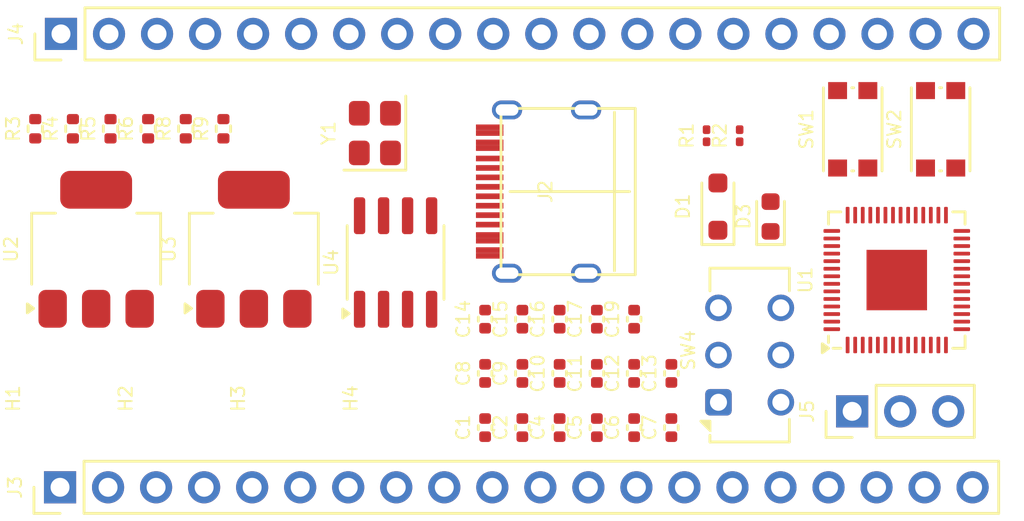
<source format=kicad_pcb>
(kicad_pcb (version 20241229) (generator "pcbnew") (generator_version "9.0")
  (layers (0 "F.Cu" signal) (2 "B.Cu" signal) (13 "F.Paste" user) (15 "B.Paste" user) (5 "F.SilkS" user "F.Silkscreen") (7 "B.SilkS" user "B.Silkscreen") (1 "F.Mask" user) (3 "B.Mask" user) (25 "Edge.Cuts" user))
  (net 0 "")
  (net 2 "VDD")
  (net 3 "GND")
  (net 4 "+1V1")
  (net 5 "+3V3")
  (net 6 "VSYS")
  (net 7 "+1V8")
  (net 8 "RUN")
  (net 9 "VBUS")
  (net 10 "Net-(D3-K)")
  (net 11 "Net-(J2-CC1)")
  (net 12 "USB_D-")
  (net 14 "Net-(J2-CC2)")
  (net 16 "USB_D+")
  (net 17 "GPIO11")
  (net 18 "GPIO4")
  (net 19 "GPIO7")
  (net 20 "GPIO5")
  (net 21 "GPIO0")
  (net 22 "GPIO12")
  (net 23 "GPIO1")
  (net 24 "GPIO14")
  (net 25 "GPIO15")
  (net 26 "GPIO3")
  (net 27 "GPIO13")
  (net 28 "GPIO9")
  (net 29 "GPIO10")
  (net 30 "GPIO2")
  (net 31 "GPIO6")
  (net 32 "GPIO8")
  (net 33 "GPIO26")
  (net 34 "GPIO28")
  (net 35 "GPIO27")
  (net 36 "GPIO18")
  (net 37 "GPIO16")
  (net 38 "GPIO20")
  (net 39 "GPIO21")
  (net 40 "/AREF")
  (net 41 "GPIO17")
  (net 42 "GPIO22")
  (net 43 "GPIO19")
  (net 44 "/V_EN")
  (net 45 "SWDIO")
  (net 46 "SWCLK")
  (net 47 "QSPI_SS")
  (net 48 "Net-(R2-Pad2)")
  (net 49 "Net-(U1-USB_DP)")
  (net 50 "Net-(U1-USB_DM)")
  (net 51 "VOLTAGE_MODE")
  (net 52 "QSPI_SCLK")
  (net 54 "GPIO24")
  (net 55 "XIN")
  (net 56 "GPIO25")
  (net 57 "QSPI_SD1")
  (net 58 "GPIO23")
  (net 59 "QSPI_SD2")
  (net 60 "QSPI_SD3")
  (net 61 "QSPI_SD0")
  (footprint "Resistor_SMD:R_0402_1005Metric" (layer "F.Cu") (at 125.81 89.02 90)
    (property "Reference" "R4" (at 0 -1.17 90) (layer "F.SilkS") (effects (font (size 0.7 0.7) (thickness 0.1))))
    (property "Value" "5.1K")
    (fp_line (start -0.153641 -0.38) (end 0.153641 -0.38) (stroke (width 0.15)) (layer "F.SilkS"))
    (fp_line (start -0.153641 0.38) (end 0.153641 0.38) (stroke (width 0.15)) (layer "F.SilkS"))
    (pad "1" smd roundrect (at -0.51 0 90) (size 0.54 0.64) (layers "F.Cu" "F.Mask" "F.Paste") (net 14 "Net-(J2-CC2)"))
    (pad "2" smd roundrect (at 0.51 0 90) (size 0.54 0.64) (layers "F.Cu" "F.Mask" "F.Paste") (net 3 "GND"))
  )
  (footprint "Package_SO:SOIC-8_3.9x4.9mm_P1.27mm" (layer "F.Cu") (at 142.875 96.1 90)
    (property "Reference" "U4" (at 0 -3.4 90) (layer "F.SilkS") (effects (font (size 0.7 0.7) (thickness 0.1))))
    (property "Value" "AT25FF161A-SSHN-T")
    (fp_line (start 0 -2.56) (end 1.95 -2.56) (stroke (width 0.15)) (layer "F.SilkS"))
    (fp_line (start 0 -2.56) (end -1.95 -2.56) (stroke (width 0.15)) (layer "F.SilkS"))
    (fp_line (start 0 2.56) (end 1.95 2.56) (stroke (width 0.15)) (layer "F.SilkS"))
    (fp_line (start 0 2.56) (end -1.95 2.56) (stroke (width 0.15)) (layer "F.SilkS"))
    (fp_poly (pts (xy -2.7 -2.465) (xy -2.94 -2.795) (xy -2.46 -2.795)) (stroke (width 0.15)) (fill yes) (layer "F.SilkS"))
    (pad "1" smd roundrect (at -2.475 -1.905 90) (size 1.95 0.6) (layers "F.Cu" "F.Mask" "F.Paste") (net 47 "QSPI_SS"))
    (pad "2" smd roundrect (at -2.475 -0.635 90) (size 1.95 0.6) (layers "F.Cu" "F.Mask" "F.Paste") (net 57 "QSPI_SD1"))
    (pad "3" smd roundrect (at -2.475 0.635 90) (size 1.95 0.6) (layers "F.Cu" "F.Mask" "F.Paste") (net 59 "QSPI_SD2"))
    (pad "4" smd roundrect (at -2.475 1.905 90) (size 1.95 0.6) (layers "F.Cu" "F.Mask" "F.Paste") (net 3 "GND"))
    (pad "5" smd roundrect (at 2.475 1.905 90) (size 1.95 0.6) (layers "F.Cu" "F.Mask" "F.Paste") (net 61 "QSPI_SD0"))
    (pad "6" smd roundrect (at 2.475 0.635 90) (size 1.95 0.6) (layers "F.Cu" "F.Mask" "F.Paste") (net 52 "QSPI_SCLK"))
    (pad "7" smd roundrect (at 2.475 -0.635 90) (size 1.95 0.6) (layers "F.Cu" "F.Mask" "F.Paste") (net 60 "QSPI_SD3"))
    (pad "8" smd roundrect (at 2.475 -1.905 90) (size 1.95 0.6) (layers "F.Cu" "F.Mask" "F.Paste") (net 2 "VDD"))
  )
  (footprint "LED_SMD:LED_0603_1608Metric" (layer "F.Cu") (at 162.705 93.665 90)
    (property "Reference" "D3" (at 0 -1.43 90) (layer "F.SilkS") (effects (font (size 0.7 0.7) (thickness 0.1))))
    (property "Value" "RED")
    (fp_line (start 0.8 -0.735) (end -1.485 -0.735) (stroke (width 0.15)) (layer "F.SilkS"))
    (fp_line (start -1.485 -0.735) (end -1.485 0.735) (stroke (width 0.15)) (layer "F.SilkS"))
    (fp_line (start -1.485 0.735) (end 0.8 0.735) (stroke (width 0.15)) (layer "F.SilkS"))
    (pad "1" smd roundrect (at -0.7875 0 90) (size 0.875 0.95) (layers "F.Cu" "F.Mask" "F.Paste") (net 10 "Net-(D3-K)"))
    (pad "2" smd roundrect (at 0.7875 0 90) (size 0.875 0.95) (layers "F.Cu" "F.Mask" "F.Paste") (net 5 "+3V3"))
  )
  (footprint "Oscillator:Oscillator_SMD_Abracon_ASE-4Pin_3.2x2.5mm" (layer "F.Cu") (at 141.78 89.25 90)
    (property "Reference" "Y1" (at 0 -2.45 90) (layer "F.SilkS") (effects (font (size 0.7 0.7) (thickness 0.1))))
    (property "Value" "ECS-3225MV-120-BN-TR3")
    (fp_line (start -1.96 -1.635) (end -1.96 1.635) (stroke (width 0.15)) (layer "F.SilkS"))
    (fp_line (start -1.96 1.635) (end 1.96 1.635) (stroke (width 0.15)) (layer "F.SilkS"))
    (pad "1" smd roundrect (at -1.05 0.825 90) (size 1.3 1.1) (layers "F.Cu" "F.Mask" "F.Paste") (roundrect_rratio 0.227273))
    (pad "2" smd roundrect (at 1.05 0.825 90) (size 1.3 1.1) (layers "F.Cu" "F.Mask" "F.Paste") (roundrect_rratio 0.227273) (net 3 "GND"))
    (pad "3" smd roundrect (at 1.05 -0.825 90) (size 1.3 1.1) (layers "F.Cu" "F.Mask" "F.Paste") (roundrect_rratio 0.227273) (net 55 "XIN"))
    (pad "4" smd roundrect (at -1.05 -0.825 90) (size 1.3 1.1) (layers "F.Cu" "F.Mask" "F.Paste") (roundrect_rratio 0.227273) (net 2 "VDD"))
  )
  (footprint "Connector_PinHeader_2.54mm:PinHeader_1x20_P2.54mm_Vertical" (layer "F.Cu") (at 125.18 84 90)
    (property "Reference" "J4" (at 0 -2.38 90) (layer "F.SilkS") (effects (font (size 0.7 0.7) (thickness 0.1))))
    (property "Value" "Header-2")
    (fp_line (start -1.38 -1.38) (end 0 -1.38) (stroke (width 0.15)) (layer "F.SilkS"))
    (fp_line (start -1.38 0) (end -1.38 -1.38) (stroke (width 0.15)) (layer "F.SilkS"))
    (fp_line (start 1.38 1.27) (end 1.38 49.64) (stroke (width 0.15)) (layer "F.SilkS"))
    (fp_line (start -1.38 1.27) (end 1.38 1.27) (stroke (width 0.15)) (layer "F.SilkS"))
    (fp_line (start -1.38 1.27) (end -1.38 49.64) (stroke (width 0.15)) (layer "F.SilkS"))
    (fp_line (start -1.38 49.64) (end 1.38 49.64) (stroke (width 0.15)) (layer "F.SilkS"))
    (pad "1" thru_hole rect (at 0 0 90) (size 1.7 1.7) (drill 1) (layers "*.Cu" "*.Mask") (net 9 "VBUS"))
    (pad "2" thru_hole circle (at 0 2.54 90) (size 1.7 1.7) (drill 1) (layers "*.Cu" "*.Mask") (net 6 "VSYS"))
    (pad "3" thru_hole circle (at 0 5.08 90) (size 1.7 1.7) (drill 1) (layers "*.Cu" "*.Mask") (net 3 "GND"))
    (pad "4" thru_hole circle (at 0 7.62 90) (size 1.7 1.7) (drill 1) (layers "*.Cu" "*.Mask") (net 44 "/V_EN"))
    (pad "5" thru_hole circle (at 0 10.16 90) (size 1.7 1.7) (drill 1) (layers "*.Cu" "*.Mask") (net 2 "VDD"))
    (pad "6" thru_hole circle (at 0 12.7 90) (size 1.7 1.7) (drill 1) (layers "*.Cu" "*.Mask") (net 40 "/AREF"))
    (pad "7" thru_hole circle (at 0 15.24 90) (size 1.7 1.7) (drill 1) (layers "*.Cu" "*.Mask") (net 34 "GPIO28"))
    (pad "8" thru_hole circle (at 0 17.78 90) (size 1.7 1.7) (drill 1) (layers "*.Cu" "*.Mask") (net 3 "GND"))
    (pad "9" thru_hole circle (at 0 20.32 90) (size 1.7 1.7) (drill 1) (layers "*.Cu" "*.Mask") (net 35 "GPIO27"))
    (pad "10" thru_hole circle (at 0 22.86 90) (size 1.7 1.7) (drill 1) (layers "*.Cu" "*.Mask") (net 33 "GPIO26"))
    (pad "11" thru_hole circle (at 0 25.4 90) (size 1.7 1.7) (drill 1) (layers "*.Cu" "*.Mask") (net 8 "RUN"))
    (pad "12" thru_hole circle (at 0 27.94 90) (size 1.7 1.7) (drill 1) (layers "*.Cu" "*.Mask") (net 42 "GPIO22"))
    (pad "13" thru_hole circle (at 0 30.48 90) (size 1.7 1.7) (drill 1) (layers "*.Cu" "*.Mask") (net 3 "GND"))
    (pad "14" thru_hole circle (at 0 33.02 90) (size 1.7 1.7) (drill 1) (layers "*.Cu" "*.Mask") (net 39 "GPIO21"))
    (pad "15" thru_hole circle (at 0 35.56 90) (size 1.7 1.7) (drill 1) (layers "*.Cu" "*.Mask") (net 38 "GPIO20"))
    (pad "16" thru_hole circle (at 0 38.1 90) (size 1.7 1.7) (drill 1) (layers "*.Cu" "*.Mask") (net 43 "GPIO19"))
    (pad "17" thru_hole circle (at 0 40.64 90) (size 1.7 1.7) (drill 1) (layers "*.Cu" "*.Mask") (net 36 "GPIO18"))
    (pad "18" thru_hole circle (at 0 43.18 90) (size 1.7 1.7) (drill 1) (layers "*.Cu" "*.Mask") (net 3 "GND"))
    (pad "19" thru_hole circle (at 0 45.72 90) (size 1.7 1.7) (drill 1) (layers "*.Cu" "*.Mask") (net 41 "GPIO17"))
    (pad "20" thru_hole circle (at 0 48.26 90) (size 1.7 1.7) (drill 1) (layers "*.Cu" "*.Mask") (net 37 "GPIO16"))
  )
  (footprint "Capacitor_SMD:C_0402_1005Metric" (layer "F.Cu") (at 155.49 101.97 90)
    (property "Reference" "C12" (at 0 -1.16 90) (layer "F.SilkS") (effects (font (size 0.7 0.7) (thickness 0.1))))
    (property "Value" "0.1uF")
    (fp_line (start -0.107836 -0.36) (end 0.107836 -0.36) (stroke (width 0.15)) (layer "F.SilkS"))
    (fp_line (start -0.107836 0.36) (end 0.107836 0.36) (stroke (width 0.15)) (layer "F.SilkS"))
    (pad "1" smd roundrect (at -0.48 0 90) (size 0.56 0.62) (layers "F.Cu" "F.Mask" "F.Paste") (net 5 "+3V3"))
    (pad "2" smd roundrect (at 0.48 0 90) (size 0.56 0.62) (layers "F.Cu" "F.Mask" "F.Paste") (net 3 "GND"))
  )
  (footprint "Resistor_SMD:R_0402_1005Metric" (layer "F.Cu") (at 123.82 89.02 90)
    (property "Reference" "R3" (at 0 -1.17 90) (layer "F.SilkS") (effects (font (size 0.7 0.7) (thickness 0.1))))
    (property "Value" "5.1K")
    (fp_line (start -0.153641 -0.38) (end 0.153641 -0.38) (stroke (width 0.15)) (layer "F.SilkS"))
    (fp_line (start -0.153641 0.38) (end 0.153641 0.38) (stroke (width 0.15)) (layer "F.SilkS"))
    (pad "1" smd roundrect (at -0.51 0 90) (size 0.54 0.64) (layers "F.Cu" "F.Mask" "F.Paste") (net 11 "Net-(J2-CC1)"))
    (pad "2" smd roundrect (at 0.51 0 90) (size 0.54 0.64) (layers "F.Cu" "F.Mask" "F.Paste") (net 3 "GND"))
  )
  (footprint "Capacitor_SMD:C_0402_1005Metric" (layer "F.Cu") (at 153.52 99.1 90)
    (property "Reference" "C17" (at 0 -1.16 90) (layer "F.SilkS") (effects (font (size 0.7 0.7) (thickness 0.1))))
    (property "Value" "100n")
    (fp_line (start -0.107836 -0.36) (end 0.107836 -0.36) (stroke (width 0.15)) (layer "F.SilkS"))
    (fp_line (start -0.107836 0.36) (end 0.107836 0.36) (stroke (width 0.15)) (layer "F.SilkS"))
    (pad "1" smd roundrect (at -0.48 0 90) (size 0.56 0.62) (layers "F.Cu" "F.Mask" "F.Paste") (net 2 "VDD"))
    (pad "2" smd roundrect (at 0.48 0 90) (size 0.56 0.62) (layers "F.Cu" "F.Mask" "F.Paste") (net 3 "GND"))
  )
  (footprint "Capacitor_SMD:C_0402_1005Metric" (layer "F.Cu") (at 155.49 104.84 90)
    (property "Reference" "C6" (at 0 -1.16 90) (layer "F.SilkS") (effects (font (size 0.7 0.7) (thickness 0.1))))
    (property "Value" "0.1uF")
    (fp_line (start -0.107836 -0.36) (end 0.107836 -0.36) (stroke (width 0.15)) (layer "F.SilkS"))
    (fp_line (start -0.107836 0.36) (end 0.107836 0.36) (stroke (width 0.15)) (layer "F.SilkS"))
    (pad "1" smd roundrect (at -0.48 0 90) (size 0.56 0.62) (layers "F.Cu" "F.Mask" "F.Paste") (net 5 "+3V3"))
    (pad "2" smd roundrect (at 0.48 0 90) (size 0.56 0.62) (layers "F.Cu" "F.Mask" "F.Paste") (net 3 "GND"))
  )
  (footprint "Capacitor_SMD:C_0402_1005Metric" (layer "F.Cu") (at 151.55 104.84 90)
    (property "Reference" "C4" (at 0 -1.16 90) (layer "F.SilkS") (effects (font (size 0.7 0.7) (thickness 0.1))))
    (property "Value" "1uF")
    (fp_line (start -0.107836 -0.36) (end 0.107836 -0.36) (stroke (width 0.15)) (layer "F.SilkS"))
    (fp_line (start -0.107836 0.36) (end 0.107836 0.36) (stroke (width 0.15)) (layer "F.SilkS"))
    (pad "1" smd roundrect (at -0.48 0 90) (size 0.56 0.62) (layers "F.Cu" "F.Mask" "F.Paste") (net 4 "+1V1"))
    (pad "2" smd roundrect (at 0.48 0 90) (size 0.56 0.62) (layers "F.Cu" "F.Mask" "F.Paste") (net 3 "GND"))
  )
  (footprint "Resistor_SMD:R_0402_1005Metric" (layer "F.Cu") (at 131.78 89.02 90)
    (property "Reference" "R8" (at 0 -1.17 90) (layer "F.SilkS") (effects (font (size 0.7 0.7) (thickness 0.1))))
    (property "Value" "470R")
    (fp_line (start -0.153641 -0.38) (end 0.153641 -0.38) (stroke (width 0.15)) (layer "F.SilkS"))
    (fp_line (start -0.153641 0.38) (end 0.153641 0.38) (stroke (width 0.15)) (layer "F.SilkS"))
    (pad "1" smd roundrect (at -0.51 0 90) (size 0.54 0.64) (layers "F.Cu" "F.Mask" "F.Paste") (net 3 "GND"))
    (pad "2" smd roundrect (at 0.51 0 90) (size 0.54 0.64) (layers "F.Cu" "F.Mask" "F.Paste") (net 10 "Net-(D3-K)"))
  )
  (footprint "Resistor_SMD:R_0201_0603Metric" (layer "F.Cu") (at 159.32 89.39 90)
    (property "Reference" "R1" (at 0 -1.05 90) (layer "F.SilkS") (effects (font (size 0.7 0.7) (thickness 0.1))))
    (property "Value" "10k")
    (pad "1" smd roundrect (at -0.32 0 90) (size 0.46 0.4) (layers "F.Cu" "F.Mask") (net 2 "VDD"))
    (pad "2" smd roundrect (at 0.32 0 90) (size 0.46 0.4) (layers "F.Cu" "F.Mask") (net 47 "QSPI_SS"))
  )
  (footprint "Connector_PinHeader_2.54mm:PinHeader_1x20_P2.54mm_Vertical" (layer "F.Cu") (at 125.13 108 90)
    (property "Reference" "J3" (at 0 -2.38 90) (layer "F.SilkS") (effects (font (size 0.7 0.7) (thickness 0.1))))
    (property "Value" "Header-1")
    (fp_line (start -1.38 -1.38) (end 0 -1.38) (stroke (width 0.15)) (layer "F.SilkS"))
    (fp_line (start -1.38 0) (end -1.38 -1.38) (stroke (width 0.15)) (layer "F.SilkS"))
    (fp_line (start 1.38 1.27) (end 1.38 49.64) (stroke (width 0.15)) (layer "F.SilkS"))
    (fp_line (start -1.38 1.27) (end 1.38 1.27) (stroke (width 0.15)) (layer "F.SilkS"))
    (fp_line (start -1.38 1.27) (end -1.38 49.64) (stroke (width 0.15)) (layer "F.SilkS"))
    (fp_line (start -1.38 49.64) (end 1.38 49.64) (stroke (width 0.15)) (layer "F.SilkS"))
    (pad "1" thru_hole rect (at 0 0 90) (size 1.7 1.7) (drill 1) (layers "*.Cu" "*.Mask") (net 21 "GPIO0"))
    (pad "2" thru_hole circle (at 0 2.54 90) (size 1.7 1.7) (drill 1) (layers "*.Cu" "*.Mask") (net 23 "GPIO1"))
    (pad "3" thru_hole circle (at 0 5.08 90) (size 1.7 1.7) (drill 1) (layers "*.Cu" "*.Mask") (net 3 "GND"))
    (pad "4" thru_hole circle (at 0 7.62 90) (size 1.7 1.7) (drill 1) (layers "*.Cu" "*.Mask") (net 30 "GPIO2"))
    (pad "5" thru_hole circle (at 0 10.16 90) (size 1.7 1.7) (drill 1) (layers "*.Cu" "*.Mask") (net 26 "GPIO3"))
    (pad "6" thru_hole circle (at 0 12.7 90) (size 1.7 1.7) (drill 1) (layers "*.Cu" "*.Mask") (net 18 "GPIO4"))
    (pad "7" thru_hole circle (at 0 15.24 90) (size 1.7 1.7) (drill 1) (layers "*.Cu" "*.Mask") (net 20 "GPIO5"))
    (pad "8" thru_hole circle (at 0 17.78 90) (size 1.7 1.7) (drill 1) (layers "*.Cu" "*.Mask") (net 3 "GND"))
    (pad "9" thru_hole circle (at 0 20.32 90) (size 1.7 1.7) (drill 1) (layers "*.Cu" "*.Mask") (net 31 "GPIO6"))
    (pad "10" thru_hole circle (at 0 22.86 90) (size 1.7 1.7) (drill 1) (layers "*.Cu" "*.Mask") (net 19 "GPIO7"))
    (pad "11" thru_hole circle (at 0 25.4 90) (size 1.7 1.7) (drill 1) (layers "*.Cu" "*.Mask") (net 32 "GPIO8"))
    (pad "12" thru_hole circle (at 0 27.94 90) (size 1.7 1.7) (drill 1) (layers "*.Cu" "*.Mask") (net 28 "GPIO9"))
    (pad "13" thru_hole circle (at 0 30.48 90) (size 1.7 1.7) (drill 1) (layers "*.Cu" "*.Mask") (net 3 "GND"))
    (pad "14" thru_hole circle (at 0 33.02 90) (size 1.7 1.7) (drill 1) (layers "*.Cu" "*.Mask") (net 29 "GPIO10"))
    (pad "15" thru_hole circle (at 0 35.56 90) (size 1.7 1.7) (drill 1) (layers "*.Cu" "*.Mask") (net 17 "GPIO11"))
    (pad "16" thru_hole circle (at 0 38.1 90) (size 1.7 1.7) (drill 1) (layers "*.Cu" "*.Mask") (net 22 "GPIO12"))
    (pad "17" thru_hole circle (at 0 40.64 90) (size 1.7 1.7) (drill 1) (layers "*.Cu" "*.Mask") (net 27 "GPIO13"))
    (pad "18" thru_hole circle (at 0 43.18 90) (size 1.7 1.7) (drill 1) (layers "*.Cu" "*.Mask") (net 3 "GND"))
    (pad "19" thru_hole circle (at 0 45.72 90) (size 1.7 1.7) (drill 1) (layers "*.Cu" "*.Mask") (net 24 "GPIO14"))
    (pad "20" thru_hole circle (at 0 48.26 90) (size 1.7 1.7) (drill 1) (layers "*.Cu" "*.Mask") (net 25 "GPIO15"))
  )
  (footprint "Button_Switch_THT:SW_CK_JS202011CQN_DPDT_Straight" (layer "F.Cu") (at 159.95 103.5 90)
    (property "Reference" "SW4" (at 2.75 -1.6 90) (layer "F.SilkS") (effects (font (size 0.7 0.7) (thickness 0.1))))
    (property "Value" "SW_Slide_DPDT")
    (fp_line (start 7.1 -0.45) (end 7.1 3.75) (stroke (width 0.15)) (layer "F.SilkS"))
    (fp_line (start 5.9 -0.45) (end 7.1 -0.45) (stroke (width 0.15)) (layer "F.SilkS"))
    (fp_line (start -1.75 -0.45) (end -2.1 -0.45) (stroke (width 0.15)) (layer "F.SilkS"))
    (fp_line (start -2.1 -0.45) (end -2.1 3.75) (stroke (width 0.15)) (layer "F.SilkS"))
    (fp_line (start 7.1 3.75) (end 5.9 3.75) (stroke (width 0.15)) (layer "F.SilkS"))
    (fp_line (start -2.1 3.75) (end -0.9 3.75) (stroke (width 0.15)) (layer "F.SilkS"))
    (fp_poly (pts (xy -1 -0.45) (xy -1.48 -0.45) (xy -1 -0.93) (xy -1 -0.45)) (stroke (width 0.15)) (fill yes) (layer "F.SilkS"))
    (pad "1" thru_hole roundrect (at 0 0 90) (size 1.4 1.4) (drill 0.9) (layers "*.Cu" "*.Mask") (roundrect_rratio 0.1785714286) (net 5 "+3V3"))
    (pad "2" thru_hole circle (at 2.5 0 90) (size 1.4 1.4) (drill 0.9) (layers "*.Cu" "*.Mask") (net 2 "VDD"))
    (pad "3" thru_hole circle (at 5 0 90) (size 1.4 1.4) (drill 0.9) (layers "*.Cu" "*.Mask") (net 7 "+1V8"))
    (pad "4" thru_hole circle (at 5 3.3 90) (size 1.4 1.4) (drill 0.9) (layers "*.Cu" "*.Mask") (net 3 "GND"))
    (pad "5" thru_hole circle (at 2.5 3.3 90) (size 1.4 1.4) (drill 0.9) (layers "*.Cu" "*.Mask") (net 51 "VOLTAGE_MODE"))
    (pad "6" thru_hole circle (at 0 3.3 90) (size 1.4 1.4) (drill 0.9) (layers "*.Cu" "*.Mask") (net 2 "VDD"))
  )
  (footprint "MountingHole:MountingHole_2.2mm_M2" (layer "F.Cu") (at 131.75 103.3 90)
    (property "Reference" "H2" (at 0 -3.15 90) (layer "F.SilkS") (effects (font (size 0.7 0.7) (thickness 0.1))))
    (property "Value" "MountingHole")
    (pad "" np_thru_hole circle (at 0 0 90) (size 2.2 2.2) (drill 2.2) (layers "*.Cu" "*.Mask"))
  )
  (footprint "Capacitor_SMD:C_0402_1005Metric" (layer "F.Cu") (at 153.52 101.97 90)
    (property "Reference" "C11" (at 0 -1.16 90) (layer "F.SilkS") (effects (font (size 0.7 0.7) (thickness 0.1))))
    (property "Value" "0.1uF")
    (fp_line (start -0.107836 -0.36) (end 0.107836 -0.36) (stroke (width 0.15)) (layer "F.SilkS"))
    (fp_line (start -0.107836 0.36) (end 0.107836 0.36) (stroke (width 0.15)) (layer "F.SilkS"))
    (pad "1" smd roundrect (at -0.48 0 90) (size 0.56 0.62) (layers "F.Cu" "F.Mask" "F.Paste") (net 5 "+3V3"))
    (pad "2" smd roundrect (at 0.48 0 90) (size 0.56 0.62) (layers "F.Cu" "F.Mask" "F.Paste") (net 3 "GND"))
  )
  (footprint "Resistor_SMD:R_0201_0603Metric" (layer "F.Cu") (at 161.07 89.39 90)
    (property "Reference" "R2" (at 0 -1.05 90) (layer "F.SilkS") (effects (font (size 0.7 0.7) (thickness 0.1))))
    (property "Value" "1k")
    (pad "1" smd roundrect (at -0.32 0 90) (size 0.46 0.4) (layers "F.Cu" "F.Mask") (net 47 "QSPI_SS"))
    (pad "2" smd roundrect (at 0.32 0 90) (size 0.46 0.4) (layers "F.Cu" "F.Mask") (net 48 "Net-(R2-Pad2)"))
  )
  (footprint "Button_Switch_SMD:SW_Push_1P1T_NO_CK_KMR2" (layer "F.Cu") (at 171.7 89.05 90)
    (property "Reference" "SW2" (at 0 -2.45 90) (layer "F.SilkS") (effects (font (size 0.7 0.7) (thickness 0.1))))
    (property "Value" "USB Boot")
    (fp_line (start 2.2 -1.55) (end -2.2 -1.55) (stroke (width 0.15)) (layer "F.SilkS"))
    (fp_line (start 2.2 0.05) (end 2.2 -0.05) (stroke (width 0.15)) (layer "F.SilkS"))
    (fp_line (start -2.2 0.05) (end -2.2 -0.05) (stroke (width 0.15)) (layer "F.SilkS"))
    (fp_line (start -2.2 1.55) (end 2.2 1.55) (stroke (width 0.15)) (layer "F.SilkS"))
    (pad "1" smd rect (at -2.05 -0.8 90) (size 0.9 1) (layers "F.Cu" "F.Mask" "F.Paste") (net 3 "GND"))
    (pad "1" smd rect (at 2.05 -0.8 90) (size 0.9 1) (layers "F.Cu" "F.Mask" "F.Paste") (net 3 "GND"))
    (pad "2" smd rect (at -2.05 0.8 90) (size 0.9 1) (layers "F.Cu" "F.Mask" "F.Paste") (net 48 "Net-(R2-Pad2)"))
    (pad "2" smd rect (at 2.05 0.8 90) (size 0.9 1) (layers "F.Cu" "F.Mask" "F.Paste") (net 48 "Net-(R2-Pad2)"))
  )
  (footprint "Resistor_SMD:R_0402_1005Metric" (layer "F.Cu") (at 127.8 89.02 90)
    (property "Reference" "R5" (at 0 -1.17 90) (layer "F.SilkS") (effects (font (size 0.7 0.7) (thickness 0.1))))
    (property "Value" "27R")
    (fp_line (start -0.153641 -0.38) (end 0.153641 -0.38) (stroke (width 0.15)) (layer "F.SilkS"))
    (fp_line (start -0.153641 0.38) (end 0.153641 0.38) (stroke (width 0.15)) (layer "F.SilkS"))
    (pad "1" smd roundrect (at -0.51 0 90) (size 0.54 0.64) (layers "F.Cu" "F.Mask" "F.Paste") (net 16 "USB_D+"))
    (pad "2" smd roundrect (at 0.51 0 90) (size 0.54 0.64) (layers "F.Cu" "F.Mask" "F.Paste") (net 49 "Net-(U1-USB_DP)"))
  )
  (footprint "Capacitor_SMD:C_0402_1005Metric" (layer "F.Cu") (at 149.58 104.84 90)
    (property "Reference" "C2" (at 0 -1.16 90) (layer "F.SilkS") (effects (font (size 0.7 0.7) (thickness 0.1))))
    (property "Value" "0.1uF")
    (fp_line (start -0.107836 -0.36) (end 0.107836 -0.36) (stroke (width 0.15)) (layer "F.SilkS"))
    (fp_line (start -0.107836 0.36) (end 0.107836 0.36) (stroke (width 0.15)) (layer "F.SilkS"))
    (pad "1" smd roundrect (at -0.48 0 90) (size 0.56 0.62) (layers "F.Cu" "F.Mask" "F.Paste") (net 4 "+1V1"))
    (pad "2" smd roundrect (at 0.48 0 90) (size 0.56 0.62) (layers "F.Cu" "F.Mask" "F.Paste") (net 3 "GND"))
  )
  (footprint "Capacitor_SMD:C_0402_1005Metric" (layer "F.Cu") (at 153.52 104.84 90)
    (property "Reference" "C5" (at 0 -1.16 90) (layer "F.SilkS") (effects (font (size 0.7 0.7) (thickness 0.1))))
    (property "Value" "1uF")
    (fp_line (start -0.107836 -0.36) (end 0.107836 -0.36) (stroke (width 0.15)) (layer "F.SilkS"))
    (fp_line (start -0.107836 0.36) (end 0.107836 0.36) (stroke (width 0.15)) (layer "F.SilkS"))
    (pad "1" smd roundrect (at -0.48 0 90) (size 0.56 0.62) (layers "F.Cu" "F.Mask" "F.Paste") (net 5 "+3V3"))
    (pad "2" smd roundrect (at 0.48 0 90) (size 0.56 0.62) (layers "F.Cu" "F.Mask" "F.Paste") (net 3 "GND"))
  )
  (footprint "Resistor_SMD:R_0402_1005Metric" (layer "F.Cu") (at 133.77 89.02 90)
    (property "Reference" "R9" (at 0 -1.17 90) (layer "F.SilkS") (effects (font (size 0.7 0.7) (thickness 0.1))))
    (property "Value" "10K")
    (fp_line (start -0.153641 -0.38) (end 0.153641 -0.38) (stroke (width 0.15)) (layer "F.SilkS"))
    (fp_line (start -0.153641 0.38) (end 0.153641 0.38) (stroke (width 0.15)) (layer "F.SilkS"))
    (pad "1" smd roundrect (at -0.51 0 90) (size 0.54 0.64) (layers "F.Cu" "F.Mask" "F.Paste") (net 2 "VDD"))
    (pad "2" smd roundrect (at 0.51 0 90) (size 0.54 0.64) (layers "F.Cu" "F.Mask" "F.Paste") (net 8 "RUN"))
  )
  (footprint "Resistor_SMD:R_0402_1005Metric" (layer "F.Cu") (at 129.79 89.02 90)
    (property "Reference" "R6" (at 0 -1.17 90) (layer "F.SilkS") (effects (font (size 0.7 0.7) (thickness 0.1))))
    (property "Value" "27R")
    (fp_line (start -0.153641 -0.38) (end 0.153641 -0.38) (stroke (width 0.15)) (layer "F.SilkS"))
    (fp_line (start -0.153641 0.38) (end 0.153641 0.38) (stroke (width 0.15)) (layer "F.SilkS"))
    (pad "1" smd roundrect (at -0.51 0 90) (size 0.54 0.64) (layers "F.Cu" "F.Mask" "F.Paste") (net 12 "USB_D-"))
    (pad "2" smd roundrect (at 0.51 0 90) (size 0.54 0.64) (layers "F.Cu" "F.Mask" "F.Paste") (net 50 "Net-(U1-USB_DM)"))
  )
  (footprint "Capacitor_SMD:C_0402_1005Metric" (layer "F.Cu") (at 155.49 99.1 90)
    (property "Reference" "C19" (at 0 -1.16 90) (layer "F.SilkS") (effects (font (size 0.7 0.7) (thickness 0.1))))
    (property "Value" "1uF")
    (fp_line (start -0.107836 -0.36) (end 0.107836 -0.36) (stroke (width 0.15)) (layer "F.SilkS"))
    (fp_line (start -0.107836 0.36) (end 0.107836 0.36) (stroke (width 0.15)) (layer "F.SilkS"))
    (pad "1" smd roundrect (at -0.48 0 90) (size 0.56 0.62) (layers "F.Cu" "F.Mask" "F.Paste") (net 8 "RUN"))
    (pad "2" smd roundrect (at 0.48 0 90) (size 0.56 0.62) (layers "F.Cu" "F.Mask" "F.Paste") (net 3 "GND"))
  )
  (footprint "Capacitor_SMD:C_0402_1005Metric" (layer "F.Cu") (at 149.58 99.1 90)
    (property "Reference" "C15" (at 0 -1.16 90) (layer "F.SilkS") (effects (font (size 0.7 0.7) (thickness 0.1))))
    (property "Value" "10u")
    (fp_line (start -0.107836 -0.36) (end 0.107836 -0.36) (stroke (width 0.15)) (layer "F.SilkS"))
    (fp_line (start -0.107836 0.36) (end 0.107836 0.36) (stroke (width 0.15)) (layer "F.SilkS"))
    (pad "1" smd roundrect (at -0.48 0 90) (size 0.56 0.62) (layers "F.Cu" "F.Mask" "F.Paste") (net 6 "VSYS"))
    (pad "2" smd roundrect (at 0.48 0 90) (size 0.56 0.62) (layers "F.Cu" "F.Mask" "F.Paste") (net 3 "GND"))
  )
  (footprint "MountingHole:MountingHole_2.2mm_M2" (layer "F.Cu") (at 125.8 103.3 90)
    (property "Reference" "H1" (at 0 -3.15 90) (layer "F.SilkS") (effects (font (size 0.7 0.7) (thickness 0.1))))
    (property "Value" "MountingHole")
    (pad "" np_thru_hole circle (at 0 0 90) (size 2.2 2.2) (drill 2.2) (layers "*.Cu" "*.Mask"))
  )
  (footprint "Capacitor_SMD:C_0402_1005Metric" (layer "F.Cu") (at 147.61 104.84 90)
    (property "Reference" "C1" (at 0 -1.16 90) (layer "F.SilkS") (effects (font (size 0.7 0.7) (thickness 0.1))))
    (property "Value" "100n")
    (fp_line (start -0.107836 -0.36) (end 0.107836 -0.36) (stroke (width 0.15)) (layer "F.SilkS"))
    (fp_line (start -0.107836 0.36) (end 0.107836 0.36) (stroke (width 0.15)) (layer "F.SilkS"))
    (pad "1" smd roundrect (at -0.48 0 90) (size 0.56 0.62) (layers "F.Cu" "F.Mask" "F.Paste") (net 2 "VDD"))
    (pad "2" smd roundrect (at 0.48 0 90) (size 0.56 0.62) (layers "F.Cu" "F.Mask" "F.Paste"))
  )
  (footprint "Capacitor_SMD:C_0402_1005Metric" (layer "F.Cu") (at 149.58 101.97 90)
    (property "Reference" "C9" (at 0 -1.16 90) (layer "F.SilkS") (effects (font (size 0.7 0.7) (thickness 0.1))))
    (property "Value" "0.1uF")
    (fp_line (start -0.107836 -0.36) (end 0.107836 -0.36) (stroke (width 0.15)) (layer "F.SilkS"))
    (fp_line (start -0.107836 0.36) (end 0.107836 0.36) (stroke (width 0.15)) (layer "F.SilkS"))
    (pad "1" smd roundrect (at -0.48 0 90) (size 0.56 0.62) (layers "F.Cu" "F.Mask" "F.Paste") (net 5 "+3V3"))
    (pad "2" smd roundrect (at 0.48 0 90) (size 0.56 0.62) (layers "F.Cu" "F.Mask" "F.Paste") (net 3 "GND"))
  )
  (footprint "Capacitor_SMD:C_0402_1005Metric" (layer "F.Cu") (at 151.55 101.97 90)
    (property "Reference" "C10" (at 0 -1.16 90) (layer "F.SilkS") (effects (font (size 0.7 0.7) (thickness 0.1))))
    (property "Value" "0.1uF")
    (fp_line (start -0.107836 -0.36) (end 0.107836 -0.36) (stroke (width 0.15)) (layer "F.SilkS"))
    (fp_line (start -0.107836 0.36) (end 0.107836 0.36) (stroke (width 0.15)) (layer "F.SilkS"))
    (pad "1" smd roundrect (at -0.48 0 90) (size 0.56 0.62) (layers "F.Cu" "F.Mask" "F.Paste") (net 5 "+3V3"))
    (pad "2" smd roundrect (at 0.48 0 90) (size 0.56 0.62) (layers "F.Cu" "F.Mask" "F.Paste") (net 3 "GND"))
  )
  (footprint "Capacitor_SMD:C_0402_1005Metric" (layer "F.Cu") (at 157.46 101.97 90)
    (property "Reference" "C13" (at 0 -1.16 90) (layer "F.SilkS") (effects (font (size 0.7 0.7) (thickness 0.1))))
    (property "Value" "10u")
    (fp_line (start -0.107836 -0.36) (end 0.107836 -0.36) (stroke (width 0.15)) (layer "F.SilkS"))
    (fp_line (start -0.107836 0.36) (end 0.107836 0.36) (stroke (width 0.15)) (layer "F.SilkS"))
    (pad "1" smd roundrect (at -0.48 0 90) (size 0.56 0.62) (layers "F.Cu" "F.Mask" "F.Paste") (net 6 "VSYS"))
    (pad "2" smd roundrect (at 0.48 0 90) (size 0.56 0.62) (layers "F.Cu" "F.Mask" "F.Paste") (net 3 "GND"))
  )
  (footprint "Diode_SMD:D_SOD-323_HandSoldering" (layer "F.Cu") (at 159.92 93.14 90)
    (property "Reference" "D1" (at 0 -1.85 90) (layer "F.SilkS") (effects (font (size 0.7 0.7) (thickness 0.1))))
    (property "Value" "BS5817WS")
    (fp_line (start -2.01 -0.85) (end 1.25 -0.85) (stroke (width 0.15)) (layer "F.SilkS"))
    (fp_line (start -2.01 -0.85) (end -2.01 0.85) (stroke (width 0.15)) (layer "F.SilkS"))
    (fp_line (start -2.01 0.85) (end 1.25 0.85) (stroke (width 0.15)) (layer "F.SilkS"))
    (pad "1" smd roundrect (at -1.25 0 90) (size 1 1) (layers "F.Cu" "F.Mask" "F.Paste") (net 6 "VSYS"))
    (pad "2" smd roundrect (at 1.25 0 90) (size 1 1) (layers "F.Cu" "F.Mask" "F.Paste") (net 9 "VBUS"))
  )
  (footprint "Package_DFN_QFN:QFN-56-1EP_7x7mm_P0.4mm_EP3.2x3.2mm" (layer "F.Cu") (at 169.38 97.03 90)
    (property "Reference" "U1" (at 0 -4.83 90) (layer "F.SilkS") (effects (font (size 0.7 0.7) (thickness 0.1))))
    (property "Value" "RP2040")
    (fp_line (start 3.61 -3.61) (end 3.61 -2.96) (stroke (width 0.15)) (layer "F.SilkS"))
    (fp_line (start 2.96 -3.61) (end 3.61 -3.61) (stroke (width 0.15)) (layer "F.SilkS"))
    (fp_line (start -2.96 -3.61) (end -3.31 -3.61) (stroke (width 0.15)) (layer "F.SilkS"))
    (fp_line (start -3.61 -2.96) (end -3.61 -3.37) (stroke (width 0.15)) (layer "F.SilkS"))
    (fp_line (start 3.61 3.61) (end 3.61 2.96) (stroke (width 0.15)) (layer "F.SilkS"))
    (fp_line (start 2.96 3.61) (end 3.61 3.61) (stroke (width 0.15)) (layer "F.SilkS"))
    (fp_line (start -2.96 3.61) (end -3.61 3.61) (stroke (width 0.15)) (layer "F.SilkS"))
    (fp_line (start -3.61 3.61) (end -3.61 2.96) (stroke (width 0.15)) (layer "F.SilkS"))
    (fp_poly (pts (xy -3.61 -3.61) (xy -3.85 -3.94) (xy -3.37 -3.94)) (stroke (width 0.15)) (fill yes) (layer "F.SilkS"))
    (pad "1" smd roundrect (at -3.4375 -2.6 90) (size 0.875 0.2) (layers "F.Cu" "F.Mask" "F.Paste") (net 2 "VDD"))
    (pad "2" smd roundrect (at -3.4375 -2.2 90) (size 0.875 0.2) (layers "F.Cu" "F.Mask" "F.Paste") (net 21 "GPIO0"))
    (pad "3" smd roundrect (at -3.4375 -1.8 90) (size 0.875 0.2) (layers "F.Cu" "F.Mask" "F.Paste") (net 23 "GPIO1"))
    (pad "4" smd roundrect (at -3.4375 -1.4 90) (size 0.875 0.2) (layers "F.Cu" "F.Mask" "F.Paste") (net 30 "GPIO2"))
    (pad "5" smd roundrect (at -3.4375 -1 90) (size 0.875 0.2) (layers "F.Cu" "F.Mask" "F.Paste") (net 26 "GPIO3"))
    (pad "6" smd roundrect (at -3.4375 -0.6 90) (size 0.875 0.2) (layers "F.Cu" "F.Mask" "F.Paste") (net 18 "GPIO4"))
    (pad "7" smd roundrect (at -3.4375 -0.2 90) (size 0.875 0.2) (layers "F.Cu" "F.Mask" "F.Paste") (net 20 "GPIO5"))
    (pad "8" smd roundrect (at -3.4375 0.2 90) (size 0.875 0.2) (layers "F.Cu" "F.Mask" "F.Paste") (net 31 "GPIO6"))
    (pad "9" smd roundrect (at -3.4375 0.6 90) (size 0.875 0.2) (layers "F.Cu" "F.Mask" "F.Paste") (net 19 "GPIO7"))
    (pad "10" smd roundrect (at -3.4375 1 90) (size 0.875 0.2) (layers "F.Cu" "F.Mask" "F.Paste") (net 2 "VDD"))
    (pad "11" smd roundrect (at -3.4375 1.4 90) (size 0.875 0.2) (layers "F.Cu" "F.Mask" "F.Paste") (net 32 "GPIO8"))
    (pad "12" smd roundrect (at -3.4375 1.8 90) (size 0.875 0.2) (layers "F.Cu" "F.Mask" "F.Paste") (net 28 "GPIO9"))
    (pad "13" smd roundrect (at -3.4375 2.2 90) (size 0.875 0.2) (layers "F.Cu" "F.Mask" "F.Paste") (net 29 "GPIO10"))
    (pad "14" smd roundrect (at -3.4375 2.6 90) (size 0.875 0.2) (layers "F.Cu" "F.Mask" "F.Paste") (net 17 "GPIO11"))
    (pad "15" smd roundrect (at -2.6 3.4375 90) (size 0.2 0.875) (layers "F.Cu" "F.Mask" "F.Paste") (net 22 "GPIO12"))
    (pad "16" smd roundrect (at -2.2 3.4375 90) (size 0.2 0.875) (layers "F.Cu" "F.Mask" "F.Paste") (net 27 "GPIO13"))
    (pad "17" smd roundrect (at -1.8 3.4375 90) (size 0.2 0.875) (layers "F.Cu" "F.Mask" "F.Paste") (net 24 "GPIO14"))
    (pad "18" smd roundrect (at -1.4 3.4375 90) (size 0.2 0.875) (layers "F.Cu" "F.Mask" "F.Paste") (net 25 "GPIO15"))
    (pad "19" smd roundrect (at -1 3.4375 90) (size 0.2 0.875) (layers "F.Cu" "F.Mask" "F.Paste") (net 3 "GND"))
    (pad "20" smd roundrect (at -0.6 3.4375 90) (size 0.2 0.875) (layers "F.Cu" "F.Mask" "F.Paste") (net 55 "XIN"))
    (pad "21" smd roundrect (at -0.2 3.4375 90) (size 0.2 0.875) (layers "F.Cu" "F.Mask" "F.Paste"))
    (pad "22" smd roundrect (at 0.2 3.4375 90) (size 0.2 0.875) (layers "F.Cu" "F.Mask" "F.Paste") (net 2 "VDD"))
    (pad "23" smd roundrect (at 0.6 3.4375 90) (size 0.2 0.875) (layers "F.Cu" "F.Mask" "F.Paste") (net 4 "+1V1"))
    (pad "24" smd roundrect (at 1 3.4375 90) (size 0.2 0.875) (layers "F.Cu" "F.Mask" "F.Paste") (net 46 "SWCLK"))
    (pad "25" smd roundrect (at 1.4 3.4375 90) (size 0.2 0.875) (layers "F.Cu" "F.Mask" "F.Paste") (net 45 "SWDIO"))
    (pad "26" smd roundrect (at 1.8 3.4375 90) (size 0.2 0.875) (layers "F.Cu" "F.Mask" "F.Paste") (net 8 "RUN"))
    (pad "27" smd roundrect (at 2.2 3.4375 90) (size 0.2 0.875) (layers "F.Cu" "F.Mask" "F.Paste") (net 37 "GPIO16"))
    (pad "28" smd roundrect (at 2.6 3.4375 90) (size 0.2 0.875) (layers "F.Cu" "F.Mask" "F.Paste") (net 41 "GPIO17"))
    (pad "29" smd roundrect (at 3.4375 2.6 90) (size 0.875 0.2) (layers "F.Cu" "F.Mask" "F.Paste") (net 36 "GPIO18"))
    (pad "30" smd roundrect (at 3.4375 2.2 90) (size 0.875 0.2) (layers "F.Cu" "F.Mask" "F.Paste") (net 43 "GPIO19"))
    (pad "31" smd roundrect (at 3.4375 1.8 90) (size 0.875 0.2) (layers "F.Cu" "F.Mask" "F.Paste") (net 38 "GPIO20"))
    (pad "32" smd roundrect (at 3.4375 1.4 90) (size 0.875 0.2) (layers "F.Cu" "F.Mask" "F.Paste") (net 39 "GPIO21"))
    (pad "33" smd roundrect (at 3.4375 1 90) (size 0.875 0.2) (layers "F.Cu" "F.Mask" "F.Paste") (net 2 "VDD"))
    (pad "34" smd roundrect (at 3.4375 0.6 90) (size 0.875 0.2) (layers "F.Cu" "F.Mask" "F.Paste") (net 42 "GPIO22"))
    (pad "35" smd roundrect (at 3.4375 0.2 90) (size 0.875 0.2) (layers "F.Cu" "F.Mask" "F.Paste") (net 58 "GPIO23"))
    (pad "36" smd roundrect (at 3.4375 -0.2 90) (size 0.875 0.2) (layers "F.Cu" "F.Mask" "F.Paste") (net 54 "GPIO24"))
    (pad "37" smd roundrect (at 3.4375 -0.6 90) (size 0.875 0.2) (layers "F.Cu" "F.Mask" "F.Paste") (net 56 "GPIO25"))
    (pad "38" smd roundrect (at 3.4375 -1 90) (size 0.875 0.2) (layers "F.Cu" "F.Mask" "F.Paste") (net 33 "GPIO26"))
    (pad "39" smd roundrect (at 3.4375 -1.4 90) (size 0.875 0.2) (layers "F.Cu" "F.Mask" "F.Paste") (net 35 "GPIO27"))
    (pad "40" smd roundrect (at 3.4375 -1.8 90) (size 0.875 0.2) (layers "F.Cu" "F.Mask" "F.Paste") (net 34 "GPIO28"))
    (pad "41" smd roundrect (at 3.4375 -2.2 90) (size 0.875 0.2) (layers "F.Cu" "F.Mask" "F.Paste") (net 51 "VOLTAGE_MODE"))
    (pad "42" smd roundrect (at 3.4375 -2.6 90) (size 0.875 0.2) (layers "F.Cu" "F.Mask" "F.Paste") (net 2 "VDD"))
    (pad "43" smd roundrect (at 2.6 -3.4375 90) (size 0.2 0.875) (layers "F.Cu" "F.Mask" "F.Paste") (net 5 "+3V3"))
    (pad "44" smd roundrect (at 2.2 -3.4375 90) (size 0.2 0.875) (layers "F.Cu" "F.Mask" "F.Paste") (net 2 "VDD"))
    (pad "45" smd roundrect (at 1.8 -3.4375 90) (size 0.2 0.875) (layers "F.Cu" "F.Mask" "F.Paste") (net 4 "+1V1"))
    (pad "46" smd roundrect (at 1.4 -3.4375 90) (size 0.2 0.875) (layers "F.Cu" "F.Mask" "F.Paste") (net 50 "Net-(U1-USB_DM)"))
    (pad "47" smd roundrect (at 1 -3.4375 90) (size 0.2 0.875) (layers "F.Cu" "F.Mask" "F.Paste") (net 49 "Net-(U1-USB_DP)"))
    (pad "48" smd roundrect (at 0.6 -3.4375 90) (size 0.2 0.875) (layers "F.Cu" "F.Mask" "F.Paste") (net 5 "+3V3"))
    (pad "49" smd roundrect (at 0.2 -3.4375 90) (size 0.2 0.875) (layers "F.Cu" "F.Mask" "F.Paste") (net 2 "VDD"))
    (pad "50" smd roundrect (at -0.2 -3.4375 90) (size 0.2 0.875) (layers "F.Cu" "F.Mask" "F.Paste") (net 4 "+1V1"))
    (pad "51" smd roundrect (at -0.6 -3.4375 90) (size 0.2 0.875) (layers "F.Cu" "F.Mask" "F.Paste") (net 60 "QSPI_SD3"))
    (pad "52" smd roundrect (at -1 -3.4375 90) (size 0.2 0.875) (layers "F.Cu" "F.Mask" "F.Paste") (net 52 "QSPI_SCLK"))
    (pad "53" smd roundrect (at -1.4 -3.4375 90) (size 0.2 0.875) (layers "F.Cu" "F.Mask" "F.Paste") (net 61 "QSPI_SD0"))
    (pad "54" smd roundrect (at -1.8 -3.4375 90) (size 0.2 0.875) (layers "F.Cu" "F.Mask" "F.Paste") (net 59 "QSPI_SD2"))
    (pad "55" smd roundrect (at -2.2 -3.4375 90) (size 0.2 0.875) (layers "F.Cu" "F.Mask" "F.Paste") (net 57 "QSPI_SD1"))
    (pad "56" smd roundrect (at -2.6 -3.4375 90) (size 0.2 0.875) (layers "F.Cu" "F.Mask" "F.Paste") (net 47 "QSPI_SS"))
    (pad "57" smd rect (at 0 0 90) (size 3.2 3.2) (property pad_prop_heatsink) (layers "F.Cu" "F.Mask") (net 3 "GND"))
  )
  (footprint "Capacitor_SMD:C_0402_1005Metric" (layer "F.Cu") (at 147.61 99.1 90)
    (property "Reference" "C14" (at 0 -1.16 90) (layer "F.SilkS") (effects (font (size 0.7 0.7) (thickness 0.1))))
    (property "Value" "10u")
    (fp_line (start -0.107836 -0.36) (end 0.107836 -0.36) (stroke (width 0.15)) (layer "F.SilkS"))
    (fp_line (start -0.107836 0.36) (end 0.107836 0.36) (stroke (width 0.15)) (layer "F.SilkS"))
    (pad "1" smd roundrect (at -0.48 0 90) (size 0.56 0.62) (layers "F.Cu" "F.Mask" "F.Paste") (net 7 "+1V8"))
    (pad "2" smd roundrect (at 0.48 0 90) (size 0.56 0.62) (layers "F.Cu" "F.Mask" "F.Paste") (net 3 "GND"))
  )
  (footprint "Button_Switch_SMD:SW_Push_1P1T_NO_CK_KMR2" (layer "F.Cu") (at 167.05 89.05 90)
    (property "Reference" "SW1" (at 0 -2.45 90) (layer "F.SilkS") (effects (font (size 0.7 0.7) (thickness 0.1))))
    (property "Value" "UK-B0273-SP25Y")
    (fp_line (start 2.2 -1.55) (end -2.2 -1.55) (stroke (width 0.15)) (layer "F.SilkS"))
    (fp_line (start 2.2 0.05) (end 2.2 -0.05) (stroke (width 0.15)) (layer "F.SilkS"))
    (fp_line (start -2.2 0.05) (end -2.2 -0.05) (stroke (width 0.15)) (layer "F.SilkS"))
    (fp_line (start -2.2 1.55) (end 2.2 1.55) (stroke (width 0.15)) (layer "F.SilkS"))
    (pad "1" smd rect (at -2.05 -0.8 90) (size 0.9 1) (layers "F.Cu" "F.Mask" "F.Paste") (net 8 "RUN"))
    (pad "1" smd rect (at 2.05 -0.8 90) (size 0.9 1) (layers "F.Cu" "F.Mask" "F.Paste") (net 8 "RUN"))
    (pad "2" smd rect (at -2.05 0.8 90) (size 0.9 1) (layers "F.Cu" "F.Mask" "F.Paste") (net 3 "GND"))
    (pad "2" smd rect (at 2.05 0.8 90) (size 0.9 1) (layers "F.Cu" "F.Mask" "F.Paste") (net 3 "GND"))
  )
  (footprint "MountingHole:MountingHole_2.2mm_M2" (layer "F.Cu") (at 137.7 103.3 90)
    (property "Reference" "H3" (at 0 -3.15 90) (layer "F.SilkS") (effects (font (size 0.7 0.7) (thickness 0.1))))
    (property "Value" "MountingHole")
    (pad "" np_thru_hole circle (at 0 0 90) (size 2.2 2.2) (drill 2.2) (layers "*.Cu" "*.Mask"))
  )
  (footprint "Capacitor_SMD:C_0402_1005Metric" (layer "F.Cu") (at 147.61 101.97 90)
    (property "Reference" "C8" (at 0 -1.16 90) (layer "F.SilkS") (effects (font (size 0.7 0.7) (thickness 0.1))))
    (property "Value" "0.1uF")
    (fp_line (start -0.107836 -0.36) (end 0.107836 -0.36) (stroke (width 0.15)) (layer "F.SilkS"))
    (fp_line (start -0.107836 0.36) (end 0.107836 0.36) (stroke (width 0.15)) (layer "F.SilkS"))
    (pad "1" smd roundrect (at -0.48 0 90) (size 0.56 0.62) (layers "F.Cu" "F.Mask" "F.Paste") (net 5 "+3V3"))
    (pad "2" smd roundrect (at 0.48 0 90) (size 0.56 0.62) (layers "F.Cu" "F.Mask" "F.Paste") (net 3 "GND"))
  )
  (footprint "Package_TO_SOT_SMD:SOT-223-3_TabPin2" (layer "F.Cu") (at 135.38 95.4 90)
    (property "Reference" "U3" (at 0 -4.5 90) (layer "F.SilkS") (effects (font (size 0.7 0.7) (thickness 0.1))))
    (property "Value" "NCP1117-3.3_SOT223")
    (fp_line (start 1.91 -3.41) (end 1.91 -2.15) (stroke (width 0.15)) (layer "F.SilkS"))
    (fp_line (start -1.85 -3.41) (end 1.91 -3.41) (stroke (width 0.15)) (layer "F.SilkS"))
    (fp_line (start 1.91 3.41) (end 1.91 2.15) (stroke (width 0.15)) (layer "F.SilkS"))
    (fp_line (start -1.85 3.41) (end 1.91 3.41) (stroke (width 0.15)) (layer "F.SilkS"))
    (fp_poly (pts (xy -3.13 -3.31) (xy -3.37 -3.64) (xy -2.89 -3.64) (xy -3.13 -3.31)) (stroke (width 0.15)) (fill yes) (layer "F.SilkS"))
    (pad "1" smd roundrect (at -3.15 -2.3 90) (size 2 1.5) (layers "F.Cu" "F.Mask" "F.Paste") (net 3 "GND"))
    (pad "2" smd roundrect (at -3.15 0 90) (size 2 1.5) (layers "F.Cu" "F.Mask" "F.Paste") (net 5 "+3V3"))
    (pad "2" smd roundrect (at 3.15 0 90) (size 2 3.8) (layers "F.Cu" "F.Mask" "F.Paste") (net 5 "+3V3"))
    (pad "3" smd roundrect (at -3.15 2.3 90) (size 2 1.5) (layers "F.Cu" "F.Mask" "F.Paste") (net 6 "VSYS"))
  )
  (footprint "ExtraFootprints:USB_C_RECEPTACLE_31_M_12" (layer "F.Cu") (at 152.95 92.345 90)
    (property "Reference" "J2" (at 0 -2.15 90) (layer "F.SilkS") (effects (font (size 0.7 0.7) (thickness 0.1))))
    (property "Value" "USB-C-2.0")
    (fp_line (start 4.4 -4.5) (end 4.4 2.6) (stroke (width 0.15)) (layer "F.SilkS"))
    (fp_line (start -4.4 -4.5) (end 4.4 -4.5) (stroke (width 0.15)) (layer "F.SilkS"))
    (fp_line (start -4.4 -4.5) (end -4.4 2.6) (stroke (width 0.15)) (layer "F.SilkS"))
    (fp_line (start 0 -4.02) (end 0 2.3) (stroke (width 0.15)) (layer "F.SilkS"))
    (fp_line (start 4.2 1.5) (end -4.2 1.5) (stroke (width 0.15)) (layer "F.SilkS"))
    (fp_line (start 4.4 2.6) (end -4.4 2.6) (stroke (width 0.15)) (layer "F.SilkS"))
    (pad "" np_thru_hole circle (at -2.9 -3.65 90) (size 0.65 0.65) (drill 0.65) (layers "*.Cu" "*.Mask") (clearance 0.01))
    (pad "" np_thru_hole circle (at 2.9 -3.65 90) (size 0.65 0.65) (drill 0.65) (layers "*.Cu" "*.Mask") (clearance 0.01))
    (pad "A1" smd rect (at -3.4 -5.1 90) (size 0.3 1.45) (layers "F.Cu" "F.Mask" "F.Paste") (net 3 "GND"))
    (pad "A4" smd rect (at -2.6 -5.1 90) (size 0.3 1.45) (layers "F.Cu" "F.Mask" "F.Paste") (net 9 "VBUS"))
    (pad "A5" smd rect (at -1.25 -5.1 90) (size 0.3 1.45) (layers "F.Cu" "F.Mask" "F.Paste") (net 11 "Net-(J2-CC1)"))
    (pad "A6" smd rect (at -0.25 -5.1 90) (size 0.3 1.45) (layers "F.Cu" "F.Mask" "F.Paste") (net 16 "USB_D+"))
    (pad "A7" smd rect (at 0.25 -5.1 90) (size 0.3 1.45) (layers "F.Cu" "F.Mask" "F.Paste") (net 12 "USB_D-"))
    (pad "A8" smd rect (at 1.25 -5.1 90) (size 0.3 1.45) (layers "F.Cu" "F.Mask" "F.Paste"))
    (pad "A9" smd rect (at 2.6 -5.1 90) (size 0.3 1.45) (layers "F.Cu" "F.Mask" "F.Paste") (net 9 "VBUS"))
    (pad "A12" smd rect (at 3.4 -5.1 90) (size 0.3 1.45) (layers "F.Cu" "F.Mask" "F.Paste") (net 3 "GND"))
    (pad "B1" smd rect (at 3.1 -5.1 90) (size 0.3 1.45) (layers "F.Cu" "F.Mask" "F.Paste") (net 3 "GND"))
    (pad "B4" smd rect (at 2.3 -5.1 90) (size 0.3 1.45) (layers "F.Cu" "F.Mask" "F.Paste") (net 9 "VBUS"))
    (pad "B5" smd rect (at 1.75 -5.1 90) (size 0.3 1.45) (layers "F.Cu" "F.Mask" "F.Paste") (net 14 "Net-(J2-CC2)"))
    (pad "B6" smd rect (at 0.75 -5.1 90) (size 0.3 1.45) (layers "F.Cu" "F.Mask" "F.Paste") (net 16 "USB_D+"))
    (pad "B7" smd rect (at -0.75 -5.1 90) (size 0.3 1.45) (layers "F.Cu" "F.Mask" "F.Paste") (net 12 "USB_D-"))
    (pad "B8" smd rect (at -1.75 -5.1 90) (size 0.3 1.45) (layers "F.Cu" "F.Mask" "F.Paste"))
    (pad "B9" smd rect (at -2.3 -5.1 90) (size 0.3 1.45) (layers "F.Cu" "F.Mask" "F.Paste") (net 9 "VBUS"))
    (pad "B12" smd rect (at -3.1 -5.1 90) (size 0.3 1.45) (layers "F.Cu" "F.Mask" "F.Paste") (net 3 "GND"))
    (pad "S1" thru_hole roundrect (at -4.32 -4.18 90) (size 1 1.6) (drill oval 0.6 1.2) (layers "*.Cu" "*.Mask") (roundrect_rratio 0.5) (net 3 "GND"))
    (pad "S1" thru_hole roundrect (at -4.32 0 90) (size 1 1.6) (drill oval 0.6 1.2) (layers "*.Cu" "*.Mask") (roundrect_rratio 0.5) (net 3 "GND"))
    (pad "S1" thru_hole roundrect (at 4.32 -4.18 90) (size 1 1.6) (drill oval 0.6 1.2) (layers "*.Cu" "*.Mask") (roundrect_rratio 0.5) (net 3 "GND"))
    (pad "S1" thru_hole roundrect (at 4.32 0 90) (size 1 1.6) (drill oval 0.6 1.2) (layers "*.Cu" "*.Mask") (roundrect_rratio 0.5) (net 3 "GND"))
  )
  (footprint "Connector_PinHeader_2.54mm:PinHeader_1x03_P2.54mm_Vertical" (layer "F.Cu") (at 167.02 103.98 90)
    (property "Reference" "J5" (at 0 -2.38 90) (layer "F.SilkS") (effects (font (size 0.7 0.7) (thickness 0.1))))
    (property "Value" "SWD")
    (fp_line (start -1.38 -1.38) (end 0 -1.38) (stroke (width 0.15)) (layer "F.SilkS"))
    (fp_line (start -1.38 0) (end -1.38 -1.38) (stroke (width 0.15)) (layer "F.SilkS"))
    (fp_line (start 1.38 1.27) (end 1.38 6.46) (stroke (width 0.15)) (layer "F.SilkS"))
    (fp_line (start -1.38 1.27) (end 1.38 1.27) (stroke (width 0.15)) (layer "F.SilkS"))
    (fp_line (start -1.38 1.27) (end -1.38 6.46) (stroke (width 0.15)) (layer "F.SilkS"))
    (fp_line (start -1.38 6.46) (end 1.38 6.46) (stroke (width 0.15)) (layer "F.SilkS"))
    (pad "1" thru_hole rect (at 0 0 90) (size 1.7 1.7) (drill 1) (layers "*.Cu" "*.Mask") (net 46 "SWCLK"))
    (pad "2" thru_hole circle (at 0 2.54 90) (size 1.7 1.7) (drill 1) (layers "*.Cu" "*.Mask") (net 3 "GND"))
    (pad "3" thru_hole circle (at 0 5.08 90) (size 1.7 1.7) (drill 1) (layers "*.Cu" "*.Mask") (net 45 "SWDIO"))
  )
  (footprint "MountingHole:MountingHole_2.2mm_M2" (layer "F.Cu") (at 143.65 103.3 90)
    (property "Reference" "H4" (at 0 -3.15 90) (layer "F.SilkS") (effects (font (size 0.7 0.7) (thickness 0.1))))
    (property "Value" "MountingHole")
    (pad "" np_thru_hole circle (at 0 0 90) (size 2.2 2.2) (drill 2.2) (layers "*.Cu" "*.Mask"))
  )
  (footprint "Capacitor_SMD:C_0402_1005Metric" (layer "F.Cu") (at 151.55 99.1 90)
    (property "Reference" "C16" (at 0 -1.16 90) (layer "F.SilkS") (effects (font (size 0.7 0.7) (thickness 0.1))))
    (property "Value" "10u")
    (fp_line (start -0.107836 -0.36) (end 0.107836 -0.36) (stroke (width 0.15)) (layer "F.SilkS"))
    (fp_line (start -0.107836 0.36) (end 0.107836 0.36) (stroke (width 0.15)) (layer "F.SilkS"))
    (pad "1" smd roundrect (at -0.48 0 90) (size 0.56 0.62) (layers "F.Cu" "F.Mask" "F.Paste") (net 5 "+3V3"))
    (pad "2" smd roundrect (at 0.48 0 90) (size 0.56 0.62) (layers "F.Cu" "F.Mask" "F.Paste") (net 3 "GND"))
  )
  (footprint "Package_TO_SOT_SMD:SOT-223-3_TabPin2" (layer "F.Cu") (at 127.04 95.4 90)
    (property "Reference" "U2" (at 0 -4.5 90) (layer "F.SilkS") (effects (font (size 0.7 0.7) (thickness 0.1))))
    (property "Value" "NCP1117-1.8_SOT223")
    (fp_line (start 1.91 -3.41) (end 1.91 -2.15) (stroke (width 0.15)) (layer "F.SilkS"))
    (fp_line (start -1.85 -3.41) (end 1.91 -3.41) (stroke (width 0.15)) (layer "F.SilkS"))
    (fp_line (start 1.91 3.41) (end 1.91 2.15) (stroke (width 0.15)) (layer "F.SilkS"))
    (fp_line (start -1.85 3.41) (end 1.91 3.41) (stroke (width 0.15)) (layer "F.SilkS"))
    (fp_poly (pts (xy -3.13 -3.31) (xy -3.37 -3.64) (xy -2.89 -3.64) (xy -3.13 -3.31)) (stroke (width 0.15)) (fill yes) (layer "F.SilkS"))
    (pad "1" smd roundrect (at -3.15 -2.3 90) (size 2 1.5) (layers "F.Cu" "F.Mask" "F.Paste") (net 3 "GND"))
    (pad "2" smd roundrect (at -3.15 0 90) (size 2 1.5) (layers "F.Cu" "F.Mask" "F.Paste") (net 7 "+1V8"))
    (pad "2" smd roundrect (at 3.15 0 90) (size 2 3.8) (layers "F.Cu" "F.Mask" "F.Paste") (net 7 "+1V8"))
    (pad "3" smd roundrect (at -3.15 2.3 90) (size 2 1.5) (layers "F.Cu" "F.Mask" "F.Paste") (net 6 "VSYS"))
  )
  (footprint "Capacitor_SMD:C_0402_1005Metric" (layer "F.Cu") (at 157.46 104.84 90)
    (property "Reference" "C7" (at 0 -1.16 90) (layer "F.SilkS") (effects (font (size 0.7 0.7) (thickness 0.1))))
    (property "Value" "0.1uF")
    (fp_line (start -0.107836 -0.36) (end 0.107836 -0.36) (stroke (width 0.15)) (layer "F.SilkS"))
    (fp_line (start -0.107836 0.36) (end 0.107836 0.36) (stroke (width 0.15)) (layer "F.SilkS"))
    (pad "1" smd roundrect (at -0.48 0 90) (size 0.56 0.62) (layers "F.Cu" "F.Mask" "F.Paste") (net 5 "+3V3"))
    (pad "2" smd roundrect (at 0.48 0 90) (size 0.56 0.62) (layers "F.Cu" "F.Mask" "F.Paste") (net 3 "GND"))
  )
)
</source>
